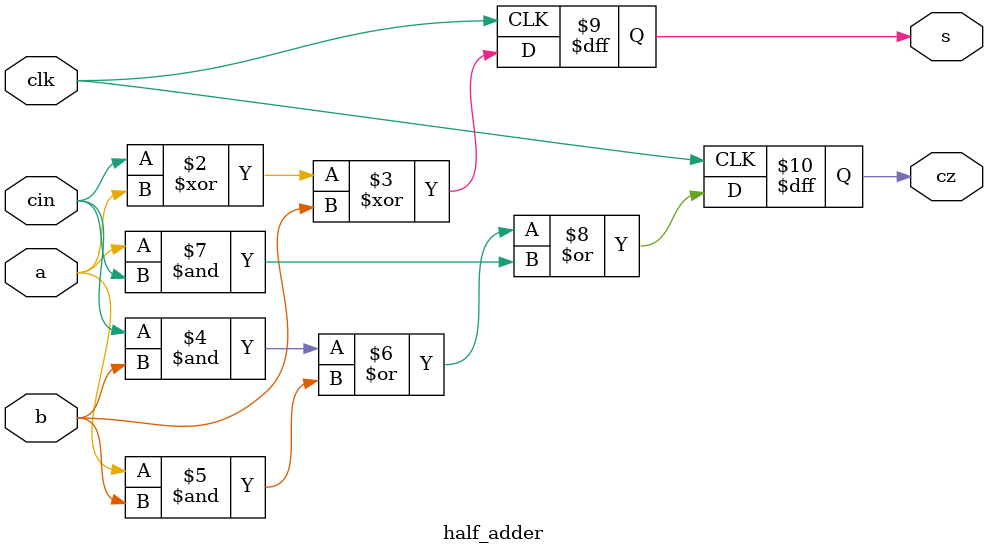
<source format=v>
module half_adder(a, b, clk, cin, s, cz);
  input wire a, clk;
  input wire b, cin;
  output reg s;
  output reg cz;
  always@(posedge clk) begin
    s <= cin ^ a ^ b;
    cz <= ((cin & b) | (a & b) | (a & cin));
    end
endmodule

//Note: no need to use clock, used clock here only to make the output display properly

</source>
